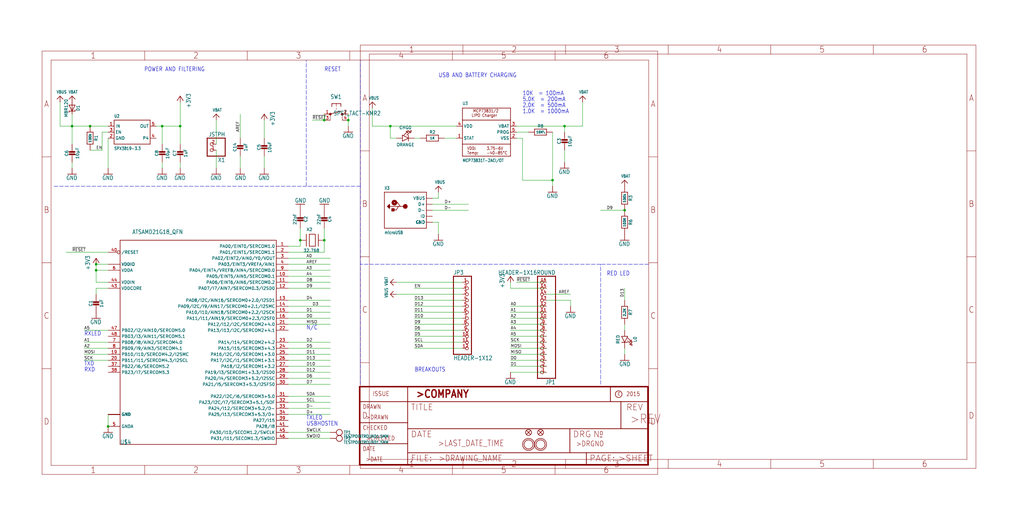
<source format=kicad_sch>
(kicad_sch (version 20211123) (generator eeschema)
  (paper "User" 433.07 220.421)
  (lib_symbols
    (symbol "Adafruit Feather M0 Basic rev C-eagle-import:+3V3" (power)
      (property "Value" "+3V3" (at -2.54 -5.08 90))
      (symbol "+3V3_1_0"
        (pin power_in line (at 0 -2.54 90) (length 2.54) (name "+3V3") (number "1"))
      )
    )
    (symbol "Adafruit Feather M0 Basic rev C-eagle-import:ATSAMD21J_QFN"
      (property "Value" "ATSAMD21J_QFN" (at -15.24 40.64 0))
      (symbol "ATSAMD21J_QFN_1_0"
        (pin bidirectional line (at 50.8 35.56 180) (length 5.08) (name "PA00/EINT0/SERCOM1.0") (number "1"))
        (pin bidirectional line (at 50.8 22.86 180) (length 5.08) (name "PA05/EINT5/AIN5/SERCOM0.1") (number "10"))
        (pin bidirectional line (at 50.8 20.32 180) (length 5.08) (name "PA06/EINT6/AIN6/SERCOM0.2") (number "11"))
        (pin bidirectional line (at 50.8 17.78 180) (length 5.08) (name "PA07/I7/AIN7/SERCOM0.3/I2SD0") (number "12"))
        (pin bidirectional line (at 50.8 12.7 180) (length 5.08) (name "PA08/I2C/AIN16/SERCOM0+2.0/I2SD1") (number "13"))
        (pin bidirectional line (at 50.8 10.16 180) (length 5.08) (name "PA09/I2C/I9/AIN17/SERCOM0+2.1/I2SMC") (number "14"))
        (pin bidirectional line (at 50.8 7.62 180) (length 5.08) (name "PA10/I10/AIN18/SERCOM0+2.2/I2SCK") (number "15"))
        (pin bidirectional line (at 50.8 5.08 180) (length 5.08) (name "PA11/I11/AIN19/SERCOM0+2.3/I2SF0") (number "16"))
        (pin power_in line (at -25.4 27.94 0) (length 5.08) (name "VDDIO") (number "17"))
        (pin power_in line (at -25.4 -35.56 0) (length 5.08) (name "GND") (number "18"))
        (pin bidirectional line (at -25.4 -10.16 0) (length 5.08) (name "PB10/I10/SERCOM4.2/I2SMC") (number "19"))
        (pin bidirectional line (at 50.8 33.02 180) (length 5.08) (name "PA01/EINT1/SERCOM1.1") (number "2"))
        (pin bidirectional line (at -25.4 -12.7 0) (length 5.08) (name "PB11/I11/SERCOM4.3/I2SCL") (number "20"))
        (pin bidirectional line (at 50.8 2.54 180) (length 5.08) (name "PA12/I12/I2C/SERCOM2+4.0") (number "21"))
        (pin bidirectional line (at 50.8 0 180) (length 5.08) (name "PA13/I13/I2C/SERCOM2+4.1") (number "22"))
        (pin bidirectional line (at 50.8 -5.08 180) (length 5.08) (name "PA14/I14/SERCOM2+4.2") (number "23"))
        (pin bidirectional line (at 50.8 -7.62 180) (length 5.08) (name "PA15/I15/SERCOM3+4.3") (number "24"))
        (pin bidirectional line (at 50.8 -10.16 180) (length 5.08) (name "PA16/I2C/I0/SERCOM1+3.0") (number "25"))
        (pin bidirectional line (at 50.8 -12.7 180) (length 5.08) (name "PA17/I2C/I1/SERCOM1+3.1") (number "26"))
        (pin bidirectional line (at 50.8 -15.24 180) (length 5.08) (name "PA18/I2/SERCOM1+3.2") (number "27"))
        (pin bidirectional line (at 50.8 -17.78 180) (length 5.08) (name "PA19/I3/SERCOM1+3.3/I2SD0") (number "28"))
        (pin bidirectional line (at 50.8 -20.32 180) (length 5.08) (name "PA20/I4/SERCOM3+5.2/I2SSC") (number "29"))
        (pin bidirectional line (at 50.8 30.48 180) (length 5.08) (name "PA02/EINT2/AIN0/Y0/VOUT") (number "3"))
        (pin bidirectional line (at 50.8 -22.86 180) (length 5.08) (name "PA21/I5/SERCOM3+5.3/I2SFS0") (number "30"))
        (pin bidirectional line (at 50.8 -27.94 180) (length 5.08) (name "PA22/I2C/I6/SERCOM3+5.0") (number "31"))
        (pin bidirectional line (at 50.8 -30.48 180) (length 5.08) (name "PA23/I2C/I7/SERCOM3+5.1/SOF") (number "32"))
        (pin bidirectional line (at 50.8 -33.02 180) (length 5.08) (name "PA24/I12/SERCOM3+5.2/D-") (number "33"))
        (pin bidirectional line (at 50.8 -35.56 180) (length 5.08) (name "PA25/I13/SERCOM3+5.3/D+") (number "34"))
        (pin power_in line (at -25.4 -35.56 0) (length 5.08) (name "GND") (number "35"))
        (pin power_in line (at -25.4 27.94 0) (length 5.08) (name "VDDIO") (number "36"))
        (pin bidirectional line (at -25.4 -15.24 0) (length 5.08) (name "PB22/I6/SERCOM5.2") (number "37"))
        (pin bidirectional line (at -25.4 -17.78 0) (length 5.08) (name "PB23/I7/SERCOM5.3") (number "38"))
        (pin bidirectional line (at 50.8 -38.1 180) (length 5.08) (name "PA27/I15") (number "39"))
        (pin bidirectional line (at 50.8 27.94 180) (length 5.08) (name "PA03/EINT3/VREFA/AIN1") (number "4"))
        (pin bidirectional inverted (at -25.4 33.02 0) (length 5.08) (name "/RESET") (number "40"))
        (pin bidirectional line (at 50.8 -40.64 180) (length 5.08) (name "PA28/I8") (number "41"))
        (pin power_in line (at -25.4 -35.56 0) (length 5.08) (name "GND") (number "42"))
        (pin power_in line (at -25.4 17.78 0) (length 5.08) (name "VDDCORE") (number "43"))
        (pin power_in line (at -25.4 20.32 0) (length 5.08) (name "VDDIN") (number "44"))
        (pin bidirectional line (at 50.8 -43.18 180) (length 5.08) (name "PA30/I10/SECOM1.2/SWCLK") (number "45"))
        (pin bidirectional line (at 50.8 -45.72 180) (length 5.08) (name "PA31/I11/SECOM1.3/SWDIO") (number "46"))
        (pin bidirectional line (at -25.4 0 0) (length 5.08) (name "PB02/I2/AIN10/SERCOM5.0") (number "47"))
        (pin bidirectional line (at -25.4 -2.54 0) (length 5.08) (name "PB03/I3/AIN11/SERCOM5.1") (number "48"))
        (pin power_in line (at -25.4 -40.64 0) (length 5.08) (name "GNDA") (number "5"))
        (pin power_in line (at -25.4 25.4 0) (length 5.08) (name "VDDA") (number "6"))
        (pin bidirectional line (at -25.4 -5.08 0) (length 5.08) (name "PB08/I8/AIN2/SERCOM4.0") (number "7"))
        (pin bidirectional line (at -25.4 -7.62 0) (length 5.08) (name "PB09/I9/AIN3/SERCOM4.1") (number "8"))
        (pin bidirectional line (at 50.8 25.4 180) (length 5.08) (name "PA04/EINT4/VREFB/AIN4/SERCOM0.0") (number "9"))
        (pin power_in line (at -25.4 -35.56 0) (length 5.08) (name "GND") (number "THERMAL"))
      )
    )
    (symbol "Adafruit Feather M0 Basic rev C-eagle-import:CAP_CERAMIC0603_NO"
      (property "Reference" "C" (at -2.29 1.25 90))
      (property "Value" "CAP_CERAMIC0603_NO" (at 2.3 1.25 90))
      (symbol "CAP_CERAMIC0603_NO_1_0"
        (pin passive line (at 0 5.08 270) (length 2.54) (name "1") (number "1"))
        (pin passive line (at 0 -2.54 90) (length 2.54) (name "2") (number "2"))
      )
    )
    (symbol "Adafruit Feather M0 Basic rev C-eagle-import:CAP_CERAMIC0805-NOOUTLINE"
      (property "Reference" "C" (at -2.29 1.25 90))
      (property "Value" "CAP_CERAMIC0805-NOOUTLINE" (at 2.3 1.25 90))
      (symbol "CAP_CERAMIC0805-NOOUTLINE_1_0"
        (pin passive line (at 0 5.08 270) (length 2.54) (name "1") (number "1"))
        (pin passive line (at 0 -2.54 90) (length 2.54) (name "2") (number "2"))
      )
    )
    (symbol "Adafruit Feather M0 Basic rev C-eagle-import:CON_JST_PH_2PIN"
      (property "Reference" "X" (at -6.35 5.715 0))
      (property "Value" "CON_JST_PH_2PIN" (at -6.35 -5.08 0))
      (symbol "CON_JST_PH_2PIN_1_0"
        (pin passive inverted (at -2.54 2.54 0) (length 2.54) (name "1") (number "1"))
        (pin passive inverted (at -2.54 0 0) (length 2.54) (name "2") (number "2"))
      )
    )
    (symbol "Adafruit Feather M0 Basic rev C-eagle-import:DIODE-SCHOTTKYSOD-123"
      (property "Reference" "D" (at 0 2.54 0))
      (property "Value" "DIODE-SCHOTTKYSOD-123" (at 0 -2.5 0))
      (symbol "DIODE-SCHOTTKYSOD-123_1_0"
        (pin passive line (at -2.54 0 0) (length 2.54) (name "A") (number "A"))
        (pin passive line (at 2.54 0 180) (length 2.54) (name "C") (number "C"))
      )
    )
    (symbol "Adafruit Feather M0 Basic rev C-eagle-import:FIDUCIAL{dblquote}{dblquote}")
    (symbol "Adafruit Feather M0 Basic rev C-eagle-import:FRAME_A4"
      (symbol "FRAME_A4_0_0"
        (text "1" (at 21.6958 1.905 0) (effects (font (size 2.54 2.286))))
        (text "1" (at 21.6958 177.165 0) (effects (font (size 2.54 2.286))))
        (text "2" (at 65.0875 1.905 0) (effects (font (size 2.54 2.286))))
        (text "2" (at 65.0875 177.165 0) (effects (font (size 2.54 2.286))))
        (text "3" (at 108.4792 1.905 0) (effects (font (size 2.54 2.286))))
        (text "3" (at 108.4792 177.165 0) (effects (font (size 2.54 2.286))))
        (text "4" (at 151.8708 1.905 0) (effects (font (size 2.54 2.286))))
        (text "4" (at 151.8708 177.165 0) (effects (font (size 2.54 2.286))))
        (text "5" (at 195.2625 1.905 0) (effects (font (size 2.54 2.286))))
        (text "5" (at 195.2625 177.165 0) (effects (font (size 2.54 2.286))))
        (text "6" (at 238.6542 1.905 0) (effects (font (size 2.54 2.286))))
        (text "6" (at 238.6542 177.165 0) (effects (font (size 2.54 2.286))))
        (text "A" (at 1.905 156.6863 0) (effects (font (size 2.54 2.286))))
        (text "A" (at 258.445 156.6863 0) (effects (font (size 2.54 2.286))))
        (text "B" (at 1.905 111.9188 0) (effects (font (size 2.54 2.286))))
        (text "B" (at 258.445 111.9188 0) (effects (font (size 2.54 2.286))))
        (text "C" (at 1.905 67.1513 0) (effects (font (size 2.54 2.286))))
        (text "C" (at 258.445 67.1513 0) (effects (font (size 2.54 2.286))))
        (text "D" (at 1.905 22.3838 0) (effects (font (size 2.54 2.286))))
        (text "D" (at 258.445 22.3838 0) (effects (font (size 2.54 2.286))))
      )
      (symbol "FRAME_A4_2_0"
        (text "2015" (at 112.4077 30.4673 0) (effects (font (size 1.778 1.5113)) (justify left bottom)))
        (text ">CHECKED" (at 2.2352 11.7348 0) (effects (font (size 1.778 1.5113)) (justify left bottom)))
        (text ">COMPANY" (at 23.349 29.6735 0) (effects (font (size 3.175 2.6987) (thickness 0.5397) bold) (justify left bottom)))
        (text ">DATE" (at 2.2352 2.8448 0) (effects (font (size 1.778 1.5113)) (justify left bottom)))
        (text ">DRAWING_NAME" (at 33.0327 2.8448 0) (effects (font (size 2.54 2.159)) (justify left bottom)))
        (text ">DRAWN" (at 2.2352 20.6248 0) (effects (font (size 1.778 1.5113)) (justify left bottom)))
        (text ">DRGNO" (at 91.1352 9.1948 0) (effects (font (size 2.1844 1.8567)) (justify left bottom)))
        (text ">LAST_DATE_TIME" (at 32.7152 9.1948 0) (effects (font (size 2.54 2.159)) (justify left bottom)))
        (text ">REV" (at 113.9952 18.7198 0) (effects (font (size 3.81 3.2385)) (justify left bottom)))
        (text ">SHEET" (at 108.9152 2.8448 0) (effects (font (size 2.54 2.54)) (justify left bottom)))
        (text "C" (at 108.7564 30.7848 0) (effects (font (size 1.27 1.0795)) (justify left bottom)))
        (text "CHECKED" (at 0.9652 16.1798 0) (effects (font (size 1.778 1.5113)) (justify left bottom)))
        (text "DATE" (at 0.9652 7.2898 0) (effects (font (size 1.778 1.5113)) (justify left bottom)))
        (text "DATE" (at 21.2852 13.0048 0) (effects (font (size 2.54 2.54)) (justify left bottom)))
        (text "DRAWN" (at 0.9652 25.0698 0) (effects (font (size 1.778 1.5113)) (justify left bottom)))
        (text "DRG" (at 89.8652 13.0048 0) (effects (font (size 2.54 2.54)) (justify left bottom)))
        (text "FILE:" (at 21.2852 2.8448 0) (effects (font (size 2.54 2.54)) (justify left bottom)))
        (text "ISSUE" (at 5.0927 30.4673 0) (effects (font (size 1.9304 1.6408)) (justify left bottom)))
        (text "N" (at 98.4377 13.0048 0) (effects (font (size 2.54 2.54)) (justify left bottom)))
        (text "o" (at 100.9777 13.9573 0) (effects (font (size 2.1844 1.8567)) (justify left bottom)))
        (text "PAGE:" (at 96.8502 2.8448 0) (effects (font (size 2.54 2.54)) (justify left bottom)))
        (text "REV" (at 112.4077 24.4348 0) (effects (font (size 2.54 2.54)) (justify left bottom)))
        (text "TITLE" (at 21.2852 24.4348 0) (effects (font (size 2.54 2.54)) (justify left bottom)))
      )
    )
    (symbol "Adafruit Feather M0 Basic rev C-eagle-import:GND" (power)
      (property "Value" "GND" (at -2.54 -2.54 0))
      (symbol "GND_1_0"
        (pin power_in line (at 0 2.54 270) (length 2.54) (name "GND") (number "1"))
      )
    )
    (symbol "Adafruit Feather M0 Basic rev C-eagle-import:HEADER-1X12"
      (property "Reference" "JP" (at -6.35 18.415 0))
      (property "Value" "HEADER-1X12" (at -6.35 -17.78 0))
      (symbol "HEADER-1X12_1_0"
        (pin passive inverted (at -2.54 15.24 0) (length 2.54) (name "1") (number "1"))
        (pin passive inverted (at -2.54 -7.62 0) (length 2.54) (name "10") (number "10"))
        (pin passive inverted (at -2.54 -10.16 0) (length 2.54) (name "11") (number "11"))
        (pin passive inverted (at -2.54 -12.7 0) (length 2.54) (name "12") (number "12"))
        (pin passive inverted (at -2.54 12.7 0) (length 2.54) (name "2") (number "2"))
        (pin passive inverted (at -2.54 10.16 0) (length 2.54) (name "3") (number "3"))
        (pin passive inverted (at -2.54 7.62 0) (length 2.54) (name "4") (number "4"))
        (pin passive inverted (at -2.54 5.08 0) (length 2.54) (name "5") (number "5"))
        (pin passive inverted (at -2.54 2.54 0) (length 2.54) (name "6") (number "6"))
        (pin passive inverted (at -2.54 0 0) (length 2.54) (name "7") (number "7"))
        (pin passive inverted (at -2.54 -2.54 0) (length 2.54) (name "8") (number "8"))
        (pin passive inverted (at -2.54 -5.08 0) (length 2.54) (name "9") (number "9"))
      )
    )
    (symbol "Adafruit Feather M0 Basic rev C-eagle-import:HEADER-1X16ROUND"
      (property "Reference" "JP" (at -6.35 20.955 0))
      (property "Value" "HEADER-1X16ROUND" (at -6.35 -25.4 0))
      (symbol "HEADER-1X16ROUND_1_0"
        (pin passive inverted (at -2.54 17.78 0) (length 2.54) (name "1") (number "1"))
        (pin passive inverted (at -2.54 -5.08 0) (length 2.54) (name "10") (number "10"))
        (pin passive inverted (at -2.54 -7.62 0) (length 2.54) (name "11") (number "11"))
        (pin passive inverted (at -2.54 -10.16 0) (length 2.54) (name "12") (number "12"))
        (pin passive inverted (at -2.54 -12.7 0) (length 2.54) (name "13") (number "13"))
        (pin passive inverted (at -2.54 -15.24 0) (length 2.54) (name "14") (number "14"))
        (pin passive inverted (at -2.54 -17.78 0) (length 2.54) (name "15") (number "15"))
        (pin passive inverted (at -2.54 -20.32 0) (length 2.54) (name "16") (number "16"))
        (pin passive inverted (at -2.54 15.24 0) (length 2.54) (name "2") (number "2"))
        (pin passive inverted (at -2.54 12.7 0) (length 2.54) (name "3") (number "3"))
        (pin passive inverted (at -2.54 10.16 0) (length 2.54) (name "4") (number "4"))
        (pin passive inverted (at -2.54 7.62 0) (length 2.54) (name "5") (number "5"))
        (pin passive inverted (at -2.54 5.08 0) (length 2.54) (name "6") (number "6"))
        (pin passive inverted (at -2.54 2.54 0) (length 2.54) (name "7") (number "7"))
        (pin passive inverted (at -2.54 0 0) (length 2.54) (name "8") (number "8"))
        (pin passive inverted (at -2.54 -2.54 0) (length 2.54) (name "9") (number "9"))
      )
    )
    (symbol "Adafruit Feather M0 Basic rev C-eagle-import:LED0805_NOOUTLINE"
      (property "Reference" "D" (at -1.27 4.445 0))
      (property "Value" "LED0805_NOOUTLINE" (at -1.27 -2.794 0))
      (symbol "LED0805_NOOUTLINE_1_0"
        (pin passive line (at -5.08 0 0) (length 2.54) (name "A") (number "A"))
        (pin passive line (at 2.54 0 180) (length 2.54) (name "C") (number "C"))
      )
    )
    (symbol "Adafruit Feather M0 Basic rev C-eagle-import:MCP73831{slash}2"
      (property "Reference" "U" (at -10.16 11.43 0))
      (property "Value" "MCP73831{slash}2" (at -10.16 -12.7 0))
      (symbol "MCP73831{slash}2_1_0"
        (text "-40-85°C" (at 0 -9.525 0) (effects (font (size 1.27 1.0795)) (justify left bottom)))
        (text "3.75-6V" (at 0 -7.62 0) (effects (font (size 1.27 1.0795)) (justify left bottom)))
        (text "LIPO Charger" (at -6.35 6.35 0) (effects (font (size 1.27 1.0795)) (justify left bottom)))
        (text "MCP73831/2" (at -5.715 8.255 0) (effects (font (size 1.27 1.0795)) (justify left bottom)))
        (text "Temp:" (at -8.255 -9.525 0) (effects (font (size 1.27 1.0795)) (justify left bottom)))
        (text "VDD:" (at -8.255 -7.62 0) (effects (font (size 1.27 1.0795)) (justify left bottom)))
        (pin output line (at -12.7 -2.54 0) (length 2.54) (name "STAT") (number "1"))
        (pin power_in line (at 12.7 -2.54 180) (length 2.54) (name "VSS") (number "2"))
        (pin power_in line (at 12.7 2.54 180) (length 2.54) (name "VBAT") (number "3"))
        (pin power_in line (at -12.7 2.54 0) (length 2.54) (name "VDD") (number "4"))
        (pin input line (at 12.7 0 180) (length 2.54) (name "PROG") (number "5"))
      )
    )
    (symbol "Adafruit Feather M0 Basic rev C-eagle-import:MOUNTINGHOLE2.5")
    (symbol "Adafruit Feather M0 Basic rev C-eagle-import:RESISTOR_0603_NOOUT"
      (property "Reference" "R" (at 0 2.54 0))
      (property "Value" "RESISTOR_0603_NOOUT" (at 0 0 0))
      (symbol "RESISTOR_0603_NOOUT_1_0"
        (pin passive line (at -5.08 0 0) (length 2.54) (name "1") (number "1"))
        (pin passive line (at 5.08 0 180) (length 2.54) (name "2") (number "2"))
      )
    )
    (symbol "Adafruit Feather M0 Basic rev C-eagle-import:SPST_TACT-KMR2"
      (property "Reference" "SW" (at -6.35 -2.54 90))
      (property "Value" "SPST_TACT-KMR2" (at -3.81 3.175 90))
      (symbol "SPST_TACT-KMR2_1_0"
        (pin passive line (at 0 -5.08 90) (length 2.54) (name "P") (number "1"))
        (pin passive line (at 0 5.08 270) (length 2.54) (name "S") (number "2"))
        (pin passive line (at 2.54 -5.08 90) (length 2.54) (name "P1") (number "3"))
        (pin passive line (at 2.54 5.08 270) (length 2.54) (name "S1") (number "4"))
      )
    )
    (symbol "Adafruit Feather M0 Basic rev C-eagle-import:TESTPOINTROUND1.5MM"
      (property "Reference" "TP" (at 0 5.588 90))
      (property "Value" "TESTPOINTROUND1.5MM" (at 1.651 5.588 90))
      (symbol "TESTPOINTROUND1.5MM_1_0"
        (pin bidirectional line (at 0 0 90) (length 2.54) (name "P$1") (number "P$1"))
      )
    )
    (symbol "Adafruit Feather M0 Basic rev C-eagle-import:USB_MICRO_20329_V2"
      (property "Reference" "X" (at -10.16 8.636 0))
      (property "Value" "USB_MICRO_20329_V2" (at -10.16 -10.16 0))
      (symbol "USB_MICRO_20329_V2_1_0"
        (pin power_in line (at 10.16 -5.08 180) (length 2.54) (name "GND") (number "BASE@1"))
        (pin power_in line (at 10.16 -5.08 180) (length 2.54) (name "GND") (number "BASE@2"))
        (pin bidirectional line (at 10.16 2.54 180) (length 2.54) (name "D+") (number "D+"))
        (pin bidirectional line (at 10.16 0 180) (length 2.54) (name "D-") (number "D-"))
        (pin power_in line (at 10.16 -5.08 180) (length 2.54) (name "GND") (number "GND"))
        (pin bidirectional line (at 10.16 -2.54 180) (length 2.54) (name "ID") (number "ID"))
        (pin power_in line (at 10.16 -5.08 180) (length 2.54) (name "GND") (number "SPRT@1"))
        (pin power_in line (at 10.16 -5.08 180) (length 2.54) (name "GND") (number "SPRT@2"))
        (pin power_in line (at 10.16 -5.08 180) (length 2.54) (name "GND") (number "SPRT@3"))
        (pin power_in line (at 10.16 -5.08 180) (length 2.54) (name "GND") (number "SPRT@4"))
        (pin power_in line (at 10.16 5.08 180) (length 2.54) (name "VBUS") (number "VBUS"))
      )
    )
    (symbol "Adafruit Feather M0 Basic rev C-eagle-import:VBAT" (power)
      (property "Value" "VBAT" (at -1.524 1.016 0))
      (symbol "VBAT_1_0"
        (pin power_in line (at 0 -2.54 90) (length 2.54) (name "VBAT") (number "1"))
      )
    )
    (symbol "Adafruit Feather M0 Basic rev C-eagle-import:VBUS" (power)
      (property "Value" "VBUS" (at -1.524 1.016 0))
      (symbol "VBUS_1_0"
        (pin power_in line (at 0 -2.54 90) (length 2.54) (name "VBUS") (number "1"))
      )
    )
    (symbol "Adafruit Feather M0 Basic rev C-eagle-import:VREG_SOT23-5"
      (property "Reference" "U" (at -7.62 6.096 0))
      (property "Value" "VREG_SOT23-5" (at -7.62 -7.62 0))
      (symbol "VREG_SOT23-5_1_0"
        (pin power_in line (at -10.16 2.54 0) (length 2.54) (name "IN") (number "1"))
        (pin power_in line (at -10.16 -2.54 0) (length 2.54) (name "GND") (number "2"))
        (pin input line (at -10.16 0 0) (length 2.54) (name "EN") (number "3"))
        (pin bidirectional line (at 10.16 -2.54 180) (length 2.54) (name "P4") (number "4"))
        (pin power_in line (at 10.16 2.54 180) (length 2.54) (name "OUT") (number "5"))
      )
    )
    (symbol "Adafruit Feather M0 Basic rev C-eagle-import:XTAL-3.2X1.5"
      (property "Reference" "X" (at -2.54 3.81 0))
      (property "Value" "XTAL-3.2X1.5" (at -3.81 -5.08 0))
      (symbol "XTAL-3.2X1.5_1_0"
        (pin bidirectional line (at -5.08 0 0) (length 2.54) (name "P$1") (number "P$1"))
        (pin bidirectional line (at 5.08 0 180) (length 2.54) (name "P$2") (number "P$2"))
      )
    )
  )
  (junction (at 30.48 53.34))
  (junction (at 264.16 88.9))
  (junction (at 137.16 101.6))
  (junction (at 76.2 53.34))
  (junction (at 38.1 53.34))
  (junction (at 238.76 53.34))
  (junction (at 45.72 180.34))
  (junction (at 233.68 76.2))
  (junction (at 40.64 111.76))
  (junction (at 165.1 53.34))
  (junction (at 68.58 53.34))
  (junction (at 40.64 114.3))
  (junction (at 147.32 50.8))
  (junction (at 127 101.6))
  (junction (at 137.16 50.8))
  (wire (pts (xy 220.98 76.2) (xy 233.68 76.2)))
  (wire (pts (xy 215.9 142.24) (xy 231.14 142.24)))
  (wire (pts (xy 43.18 55.88) (xy 45.72 55.88)))
  (wire (pts (xy 215.9 119.38) (xy 215.9 121.92)))
  (wire (pts (xy 121.92 106.68) (xy 137.16 106.68)))
  (wire (pts (xy 121.92 149.86) (xy 139.7 149.86)))
  (wire (pts (xy 187.96 58.42) (xy 193.04 58.42)))
  (wire (pts (xy 121.92 152.4) (xy 139.7 152.4)))
  (wire (pts (xy 215.9 154.94) (xy 231.14 154.94)))
  (wire (pts (xy 233.68 76.2) (xy 233.68 78.74)))
  (wire (pts (xy 43.18 63.5) (xy 43.18 55.88)))
  (wire (pts (xy 25.4 43.18) (xy 25.4 53.34)))
  (wire (pts (xy 45.72 121.92) (xy 40.64 121.92)))
  (wire (pts (xy 68.58 60.96) (xy 68.58 53.34)))
  (wire (pts (xy 220.98 58.42) (xy 220.98 76.2)))
  (wire (pts (xy 45.72 114.3) (xy 40.64 114.3)))
  (wire (pts (xy 195.58 142.24) (xy 175.26 142.24)))
  (wire (pts (xy 121.92 137.16) (xy 139.7 137.16)))
  (wire (pts (xy 147.32 53.34) (xy 147.32 50.8)))
  (wire (pts (xy 137.16 106.68) (xy 137.16 101.6)))
  (wire (pts (xy 175.26 129.54) (xy 195.58 129.54)))
  (wire (pts (xy 238.76 53.34) (xy 246.38 53.34)))
  (wire (pts (xy 101.6 58.42) (xy 101.6 48.26)))
  (wire (pts (xy 45.72 139.7) (xy 35.56 139.7)))
  (wire (pts (xy 121.92 111.76) (xy 139.7 111.76)))
  (wire (pts (xy 121.92 119.38) (xy 139.7 119.38)))
  (wire (pts (xy 111.76 71.12) (xy 111.76 66.04)))
  (wire (pts (xy 111.76 58.42) (xy 111.76 50.8)))
  (wire (pts (xy 157.48 53.34) (xy 165.1 53.34)))
  (wire (pts (xy 76.2 68.58) (xy 76.2 71.12)))
  (wire (pts (xy 264.16 137.16) (xy 264.16 139.7)))
  (wire (pts (xy 215.9 121.92) (xy 231.14 121.92)))
  (wire (pts (xy 218.44 55.88) (xy 223.52 55.88)))
  (wire (pts (xy 68.58 53.34) (xy 76.2 53.34)))
  (wire (pts (xy 121.92 132.08) (xy 139.7 132.08)))
  (wire (pts (xy 66.04 53.34) (xy 68.58 53.34)))
  (wire (pts (xy 231.14 134.62) (xy 215.9 134.62)))
  (polyline (pts (xy 129.54 78.74) (xy 129.54 25.4)))
  (wire (pts (xy 167.64 119.38) (xy 195.58 119.38)))
  (wire (pts (xy 25.4 53.34) (xy 30.48 53.34)))
  (wire (pts (xy 215.9 132.08) (xy 231.14 132.08)))
  (wire (pts (xy 45.72 144.78) (xy 35.56 144.78)))
  (wire (pts (xy 68.58 68.58) (xy 68.58 71.12)))
  (polyline (pts (xy 274.32 111.76) (xy 254 111.76)))
  (wire (pts (xy 175.26 139.7) (xy 195.58 139.7)))
  (wire (pts (xy 137.16 50.8) (xy 137.16 48.26)))
  (wire (pts (xy 165.1 58.42) (xy 165.1 53.34)))
  (wire (pts (xy 121.92 109.22) (xy 139.7 109.22)))
  (wire (pts (xy 231.14 139.7) (xy 215.9 139.7)))
  (wire (pts (xy 139.7 175.26) (xy 121.92 175.26)))
  (wire (pts (xy 231.14 129.54) (xy 215.9 129.54)))
  (wire (pts (xy 101.6 66.04) (xy 101.6 71.12)))
  (wire (pts (xy 45.72 53.34) (xy 38.1 53.34)))
  (polyline (pts (xy 152.4 162.56) (xy 152.4 111.76)))
  (wire (pts (xy 139.7 116.84) (xy 121.92 116.84)))
  (wire (pts (xy 30.48 48.26) (xy 30.48 53.34)))
  (wire (pts (xy 45.72 106.68) (xy 27.94 106.68)))
  (wire (pts (xy 238.76 53.34) (xy 218.44 53.34)))
  (wire (pts (xy 139.7 127) (xy 121.92 127)))
  (wire (pts (xy 147.32 48.26) (xy 147.32 50.8)))
  (wire (pts (xy 121.92 104.14) (xy 127 104.14)))
  (wire (pts (xy 127 104.14) (xy 127 101.6)))
  (wire (pts (xy 40.64 119.38) (xy 40.64 114.3)))
  (wire (pts (xy 185.42 93.98) (xy 185.42 99.06)))
  (wire (pts (xy 264.16 88.9) (xy 254 88.9)))
  (wire (pts (xy 218.44 58.42) (xy 220.98 58.42)))
  (wire (pts (xy 231.14 147.32) (xy 215.9 147.32)))
  (wire (pts (xy 76.2 53.34) (xy 76.2 43.18)))
  (wire (pts (xy 91.44 50.8) (xy 91.44 60.96)))
  (wire (pts (xy 30.48 68.58) (xy 30.48 71.12)))
  (wire (pts (xy 121.92 162.56) (xy 139.7 162.56)))
  (wire (pts (xy 76.2 53.34) (xy 76.2 60.96)))
  (polyline (pts (xy 152.4 111.76) (xy 152.4 78.74)))
  (wire (pts (xy 121.92 182.88) (xy 139.7 182.88)))
  (wire (pts (xy 231.14 152.4) (xy 215.9 152.4)))
  (wire (pts (xy 238.76 63.5) (xy 238.76 68.58)))
  (wire (pts (xy 182.88 93.98) (xy 185.42 93.98)))
  (wire (pts (xy 121.92 157.48) (xy 139.7 157.48)))
  (wire (pts (xy 195.58 132.08) (xy 175.26 132.08)))
  (wire (pts (xy 215.9 137.16) (xy 231.14 137.16)))
  (polyline (pts (xy 152.4 78.74) (xy 152.4 25.4)))
  (wire (pts (xy 121.92 129.54) (xy 139.7 129.54)))
  (wire (pts (xy 137.16 101.6) (xy 137.16 96.52)))
  (wire (pts (xy 45.72 175.26) (xy 45.72 180.34)))
  (wire (pts (xy 165.1 53.34) (xy 193.04 53.34)))
  (wire (pts (xy 231.14 119.38) (xy 218.44 119.38)))
  (wire (pts (xy 45.72 111.76) (xy 40.64 111.76)))
  (wire (pts (xy 139.7 147.32) (xy 121.92 147.32)))
  (wire (pts (xy 264.16 127) (xy 264.16 121.92)))
  (wire (pts (xy 45.72 58.42) (xy 45.72 71.12)))
  (wire (pts (xy 231.14 124.46) (xy 241.3 124.46)))
  (wire (pts (xy 175.26 121.92) (xy 195.58 121.92)))
  (wire (pts (xy 91.44 71.12) (xy 91.44 63.5)))
  (wire (pts (xy 30.48 53.34) (xy 30.48 60.96)))
  (wire (pts (xy 38.1 63.5) (xy 43.18 63.5)))
  (polyline (pts (xy 152.4 78.74) (xy 129.54 78.74)))
  (wire (pts (xy 175.26 147.32) (xy 195.58 147.32)))
  (polyline (pts (xy 254 162.56) (xy 254 111.76)))
  (wire (pts (xy 195.58 124.46) (xy 167.64 124.46)))
  (wire (pts (xy 195.58 127) (xy 175.26 127)))
  (wire (pts (xy 121.92 114.3) (xy 139.7 114.3)))
  (polyline (pts (xy 254 111.76) (xy 152.4 111.76)))
  (wire (pts (xy 35.56 152.4) (xy 45.72 152.4)))
  (wire (pts (xy 167.64 58.42) (xy 165.1 58.42)))
  (wire (pts (xy 35.56 147.32) (xy 45.72 147.32)))
  (wire (pts (xy 139.7 134.62) (xy 121.92 134.62)))
  (wire (pts (xy 238.76 55.88) (xy 238.76 53.34)))
  (wire (pts (xy 231.14 144.78) (xy 215.9 144.78)))
  (wire (pts (xy 231.14 127) (xy 241.3 127)))
  (wire (pts (xy 241.3 127) (xy 241.3 129.54)))
  (wire (pts (xy 45.72 119.38) (xy 40.64 119.38)))
  (wire (pts (xy 182.88 83.82) (xy 185.42 83.82)))
  (wire (pts (xy 215.9 149.86) (xy 231.14 149.86)))
  (wire (pts (xy 45.72 149.86) (xy 35.56 149.86)))
  (wire (pts (xy 195.58 144.78) (xy 175.26 144.78)))
  (wire (pts (xy 215.9 157.48) (xy 231.14 157.48)))
  (wire (pts (xy 121.92 144.78) (xy 139.7 144.78)))
  (wire (pts (xy 121.92 160.02) (xy 139.7 160.02)))
  (wire (pts (xy 198.12 88.9) (xy 182.88 88.9)))
  (wire (pts (xy 40.64 121.92) (xy 40.64 124.46)))
  (wire (pts (xy 139.7 185.42) (xy 121.92 185.42)))
  (wire (pts (xy 182.88 86.36) (xy 198.12 86.36)))
  (wire (pts (xy 185.42 83.82) (xy 185.42 81.28)))
  (wire (pts (xy 157.48 45.72) (xy 157.48 53.34)))
  (wire (pts (xy 132.08 50.8) (xy 137.16 50.8)))
  (wire (pts (xy 233.68 55.88) (xy 233.68 76.2)))
  (wire (pts (xy 121.92 167.64) (xy 139.7 167.64)))
  (wire (pts (xy 121.92 172.72) (xy 139.7 172.72)))
  (wire (pts (xy 246.38 43.18) (xy 246.38 53.34)))
  (wire (pts (xy 195.58 137.16) (xy 175.26 137.16)))
  (wire (pts (xy 121.92 121.92) (xy 139.7 121.92)))
  (wire (pts (xy 175.26 134.62) (xy 195.58 134.62)))
  (wire (pts (xy 40.64 114.3) (xy 40.64 111.76)))
  (wire (pts (xy 264.16 147.32) (xy 264.16 149.86)))
  (wire (pts (xy 175.26 58.42) (xy 177.8 58.42)))
  (polyline (pts (xy 22.86 78.74) (xy 129.54 78.74)))
  (wire (pts (xy 121.92 170.18) (xy 139.7 170.18)))
  (wire (pts (xy 139.7 154.94) (xy 121.92 154.94)))
  (wire (pts (xy 38.1 53.34) (xy 30.48 53.34)))
  (wire (pts (xy 127 96.52) (xy 127 101.6)))
  (text "N/C" (at 129.54 139.7 180) (effects (font (size 1.778 1.5113)) (justify left bottom)))
  (text "TXD" (at 35.56 154.94 180) (effects (font (size 1.778 1.5113)) (justify left bottom)))
  (text "2.0K  = 500mA" (at 220.98 45.72 180) (effects (font (size 1.778 1.5113)) (justify left bottom)))
  (text "1.0K  = 1000mA" (at 220.98 48.26 180) (effects (font (size 1.778 1.5113)) (justify left bottom)))
  (text "RESET" (at 137.16 30.48 180) (effects (font (size 1.778 1.5113)) (justify left bottom)))
  (text "BREAKOUTS" (at 175.26 157.48 180) (effects (font (size 1.778 1.5113)) (justify left bottom)))
  (text "TXLED" (at 129.54 177.8 180) (effects (font (size 1.778 1.5113)) (justify left bottom)))
  (text "RXLED" (at 35.56 142.24 180) (effects (font (size 1.778 1.5113)) (justify left bottom)))
  (text "USB AND BATTERY CHARGING" (at 185.42 33.02 180) (effects (font (size 1.778 1.5113)) (justify left bottom)))
  (text "RXD" (at 35.56 157.48 180) (effects (font (size 1.778 1.5113)) (justify left bottom)))
  (text "USBHOSTEN" (at 129.54 180.34 180) (effects (font (size 1.778 1.5113)) (justify left bottom)))
  (text "10K  = 100mA" (at 220.98 40.64 180) (effects (font (size 1.778 1.5113)) (justify left bottom)))
  (text "POWER AND FILTERING" (at 60.96 30.48 180) (effects (font (size 1.778 1.5113)) (justify left bottom)))
  (text "5.0K  = 200mA" (at 220.98 43.18 180) (effects (font (size 1.778 1.5113)) (justify left bottom)))
  (text "RED LED" (at 256.54 116.84 180) (effects (font (size 1.778 1.5113)) (justify left bottom)))
  (label "AREF" (at 101.6 55.88 90) (effects (font (size 1.2446 1.2446))))
  (label "D7" (at 129.54 162.56 0) (effects (font (size 1.2446 1.2446))))
  (label "D12" (at 129.54 157.48 0) (effects (font (size 1.2446 1.2446))))
  (label "AREF" (at 129.54 111.76 0) (effects (font (size 1.2446 1.2446))))
  (label "SCK" (at 215.9 144.78 0) (effects (font (size 1.2446 1.2446))))
  (label "D6" (at 175.26 139.7 0) (effects (font (size 1.2446 1.2446))))
  (label "D11" (at 129.54 149.86 0) (effects (font (size 1.2446 1.2446))))
  (label "D5" (at 175.26 142.24 0) (effects (font (size 1.2446 1.2446))))
  (label "EN" (at 40.64 63.5 0) (effects (font (size 1.2446 1.2446))))
  (label "MOSI" (at 35.56 149.86 0) (effects (font (size 1.2446 1.2446))))
  (label "MOSI" (at 215.9 147.32 0) (effects (font (size 1.2446 1.2446))))
  (label "D8" (at 129.54 119.38 0) (effects (font (size 1.2446 1.2446))))
  (label "A0" (at 215.9 129.54 0) (effects (font (size 1.2446 1.2446))))
  (label "D-" (at 187.96 88.9 0) (effects (font (size 1.2446 1.2446))))
  (label "MISO" (at 215.9 149.86 0) (effects (font (size 1.2446 1.2446))))
  (label "AREF" (at 236.22 124.46 0) (effects (font (size 1.2446 1.2446))))
  (label "D-" (at 129.54 172.72 0) (effects (font (size 1.2446 1.2446))))
  (label "D0" (at 129.54 134.62 0) (effects (font (size 1.2446 1.2446))))
  (label "D0" (at 215.9 152.4 0) (effects (font (size 1.2446 1.2446))))
  (label "D11" (at 175.26 132.08 0) (effects (font (size 1.2446 1.2446))))
  (label "A3" (at 215.9 137.16 0) (effects (font (size 1.2446 1.2446))))
  (label "D1" (at 215.9 154.94 0) (effects (font (size 1.2446 1.2446))))
  (label "SCL" (at 175.26 144.78 0) (effects (font (size 1.2446 1.2446))))
  (label "~{RESET}" (at 218.44 119.38 0) (effects (font (size 1.2446 1.2446))))
  (label "EN" (at 175.26 121.92 0) (effects (font (size 1.2446 1.2446))))
  (label "D+" (at 129.54 175.26 0) (effects (font (size 1.2446 1.2446))))
  (label "~{RESET}" (at 132.08 50.8 0) (effects (font (size 1.2446 1.2446))))
  (label "~{RESET}" (at 30.48 106.68 0) (effects (font (size 1.2446 1.2446))))
  (label "D4" (at 129.54 127 0) (effects (font (size 1.2446 1.2446))))
  (label "D12" (at 175.26 129.54 0) (effects (font (size 1.2446 1.2446))))
  (label "D9" (at 256.54 88.9 0) (effects (font (size 1.2446 1.2446))))
  (label "D9" (at 175.26 137.16 0) (effects (font (size 1.2446 1.2446))))
  (label "A2" (at 35.56 147.32 0) (effects (font (size 1.2446 1.2446))))
  (label "SDA" (at 175.26 147.32 0) (effects (font (size 1.2446 1.2446))))
  (label "D2" (at 129.54 144.78 0) (effects (font (size 1.2446 1.2446))))
  (label "A1" (at 215.9 132.08 0) (effects (font (size 1.2446 1.2446))))
  (label "D13" (at 129.54 152.4 0) (effects (font (size 1.2446 1.2446))))
  (label "D10" (at 175.26 134.62 0) (effects (font (size 1.2446 1.2446))))
  (label "SCL" (at 129.54 170.18 0) (effects (font (size 1.2446 1.2446))))
  (label "D13" (at 264.16 121.92 270) (effects (font (size 1.2446 1.2446))))
  (label "A1" (at 35.56 144.78 0) (effects (font (size 1.2446 1.2446))))
  (label "D3" (at 132.08 129.54 0) (effects (font (size 1.2446 1.2446))))
  (label "D5" (at 129.54 147.32 0) (effects (font (size 1.2446 1.2446))))
  (label "SDA" (at 129.54 167.64 0) (effects (font (size 1.2446 1.2446))))
  (label "D10" (at 129.54 154.94 0) (effects (font (size 1.2446 1.2446))))
  (label "A2" (at 215.9 134.62 0) (effects (font (size 1.2446 1.2446))))
  (label "A5" (at 35.56 139.7 0) (effects (font (size 1.2446 1.2446))))
  (label "SWDIO" (at 129.54 185.42 0) (effects (font (size 1.2446 1.2446))))
  (label "A4" (at 215.9 139.7 0) (effects (font (size 1.2446 1.2446))))
  (label "A4" (at 129.54 116.84 0) (effects (font (size 1.2446 1.2446))))
  (label "D13" (at 175.26 127 0) (effects (font (size 1.2446 1.2446))))
  (label "A3" (at 129.54 114.3 0) (effects (font (size 1.2446 1.2446))))
  (label "D6" (at 129.54 160.02 0) (effects (font (size 1.2446 1.2446))))
  (label "SCK" (at 35.56 152.4 0) (effects (font (size 1.2446 1.2446))))
  (label "SWCLK" (at 129.54 182.88 0) (effects (font (size 1.2446 1.2446))))
  (label "A0" (at 129.54 109.22 0) (effects (font (size 1.2446 1.2446))))
  (label "D+" (at 187.96 86.36 0) (effects (font (size 1.2446 1.2446))))
  (label "D1" (at 129.54 132.08 0) (effects (font (size 1.2446 1.2446))))
  (label "D9" (at 129.54 121.92 0) (effects (font (size 1.2446 1.2446))))
  (label "A5" (at 215.9 142.24 0) (effects (font (size 1.2446 1.2446))))
  (label "MISO" (at 129.54 137.16 0) (effects (font (size 1.2446 1.2446))))
  (symbol (lib_id "Adafruit Feather M0 Basic rev C-eagle-import:VBAT") (at 246.38 40.64 0) (unit 1)
    (property "Reference" "#U$39" (effects hide))
    (property "Value" "VBAT" (at 244.856 39.624 0) (effects (font (size 1.27 1.0795)) (justify left bottom)))
    (property "Footprint" "Adafruit Feather M0 Basic rev C:" (effects hide))
  )
  (symbol (lib_id "Adafruit Feather M0 Basic rev C-eagle-import:VBAT") (at 264.16 76.2 0) (unit 1)
    (property "Reference" "#U$2" (effects hide))
    (property "Value" "VBAT" (at 262.636 75.184 0) (effects (font (size 1.27 1.0795)) (justify left bottom)))
    (property "Footprint" "Adafruit Feather M0 Basic rev C:" (effects hide))
  )
  (symbol (lib_id "Adafruit Feather M0 Basic rev C-eagle-import:GND") (at 264.16 152.4 0) (mirror y) (unit 1)
    (property "Reference" "#GND10" (effects hide))
    (property "Value" "GND" (at 266.7 154.94 0) (effects (font (size 1.778 1.5113)) (justify left bottom)))
    (property "Footprint" "Adafruit Feather M0 Basic rev C:" (effects hide))
  )
  (symbol (lib_id "Adafruit Feather M0 Basic rev C-eagle-import:HEADER-1X12") (at 198.12 134.62 0) (unit 1)
    (property "Reference" "JP3" (at 191.77 116.205 0) (effects (font (size 1.778 1.5113)) (justify left bottom)))
    (property "Value" "HEADER-1X12" (at 191.77 152.4 0) (effects (font (size 1.778 1.5113)) (justify left bottom)))
    (property "Footprint" "Adafruit Feather M0 Basic rev C:1X12_ROUND" (effects hide))
  )
  (symbol (lib_id "Adafruit Feather M0 Basic rev C-eagle-import:LED0805_NOOUTLINE") (at 264.16 144.78 270) (unit 1)
    (property "Reference" "L0" (at 268.605 143.51 0))
    (property "Value" "RED" (at 261.366 143.51 0))
    (property "Footprint" "Adafruit Feather M0 Basic rev C:CHIPLED_0805_NOOUTLINE" (effects hide))
  )
  (symbol (lib_id "Adafruit Feather M0 Basic rev C-eagle-import:CAP_CERAMIC0805-NOOUTLINE") (at 238.76 60.96 0) (unit 1)
    (property "Reference" "C3" (at 236.47 59.71 90))
    (property "Value" "10µF" (at 241.06 59.71 90))
    (property "Footprint" "Adafruit Feather M0 Basic rev C:0805-NO" (effects hide))
  )
  (symbol (lib_id "Adafruit Feather M0 Basic rev C-eagle-import:FRAME_A4") (at 152.4 198.12 0) (unit 2)
    (property "Reference" "#FRAME1" (effects hide))
    (property "Value" "FRAME_A4" (effects hide))
    (property "Footprint" "Adafruit Feather M0 Basic rev C:" (effects hide))
  )
  (symbol (lib_id "Adafruit Feather M0 Basic rev C-eagle-import:GND") (at 185.42 101.6 0) (unit 1)
    (property "Reference" "#GND1" (effects hide))
    (property "Value" "GND" (at 182.88 104.14 0) (effects (font (size 1.778 1.5113)) (justify left bottom)))
    (property "Footprint" "Adafruit Feather M0 Basic rev C:" (effects hide))
  )
  (symbol (lib_id "Adafruit Feather M0 Basic rev C-eagle-import:GND") (at 233.68 81.28 0) (unit 1)
    (property "Reference" "#U$36" (effects hide))
    (property "Value" "GND" (at 231.14 83.82 0) (effects (font (size 1.778 1.5113)) (justify left bottom)))
    (property "Footprint" "Adafruit Feather M0 Basic rev C:" (effects hide))
  )
  (symbol (lib_id "Adafruit Feather M0 Basic rev C-eagle-import:VREG_SOT23-5") (at 55.88 55.88 0) (unit 1)
    (property "Reference" "U2" (at 48.26 49.784 0) (effects (font (size 1.27 1.0795)) (justify left bottom)))
    (property "Value" "SPX3819-3.3" (at 48.26 63.5 0) (effects (font (size 1.27 1.0795)) (justify left bottom)))
    (property "Footprint" "Adafruit Feather M0 Basic rev C:SOT23-5" (effects hide))
  )
  (symbol (lib_id "Adafruit Feather M0 Basic rev C-eagle-import:SPST_TACT-KMR2") (at 142.24 48.26 270) (unit 1)
    (property "Reference" "SW1" (at 139.7 41.91 90) (effects (font (size 1.778 1.5113)) (justify left bottom)))
    (property "Value" "SPST_TACT-KMR2" (at 140.97 48.895 90) (effects (font (size 1.778 1.5113)) (justify left bottom)))
    (property "Footprint" "Adafruit Feather M0 Basic rev C:KMR2" (effects hide))
  )
  (symbol (lib_id "Adafruit Feather M0 Basic rev C-eagle-import:DIODE-SCHOTTKYSOD-123") (at 30.48 45.72 270) (unit 1)
    (property "Reference" "D1" (at 33.02 45.72 0))
    (property "Value" "MBR120" (at 27.98 45.72 0))
    (property "Footprint" "Adafruit Feather M0 Basic rev C:SOD-123" (effects hide))
  )
  (symbol (lib_id "Adafruit Feather M0 Basic rev C-eagle-import:XTAL-3.2X1.5") (at 132.08 101.6 0) (unit 1)
    (property "Reference" "X2" (at 129.54 97.79 0) (effects (justify left bottom)))
    (property "Value" "32.768" (at 128.27 106.68 0) (effects (justify left bottom)))
    (property "Footprint" "Adafruit Feather M0 Basic rev C:XTAL3215" (effects hide))
  )
  (symbol (lib_id "Adafruit Feather M0 Basic rev C-eagle-import:GND") (at 264.16 101.6 0) (unit 1)
    (property "Reference" "#GND13" (effects hide))
    (property "Value" "GND" (at 261.62 104.14 0) (effects (font (size 1.778 1.5113)) (justify left bottom)))
    (property "Footprint" "Adafruit Feather M0 Basic rev C:" (effects hide))
  )
  (symbol (lib_id "Adafruit Feather M0 Basic rev C-eagle-import:GND") (at 45.72 182.88 0) (unit 1)
    (property "Reference" "#U$5" (effects hide))
    (property "Value" "GND" (at 43.18 185.42 0) (effects (font (size 1.778 1.5113)) (justify left bottom)))
    (property "Footprint" "Adafruit Feather M0 Basic rev C:" (effects hide))
  )
  (symbol (lib_id "Adafruit Feather M0 Basic rev C-eagle-import:+3V3") (at 215.9 116.84 0) (unit 1)
    (property "Reference" "#+3V1" (effects hide))
    (property "Value" "+3V3" (at 213.36 121.92 90) (effects (font (size 1.778 1.5113)) (justify left bottom)))
    (property "Footprint" "Adafruit Feather M0 Basic rev C:" (effects hide))
  )
  (symbol (lib_id "Adafruit Feather M0 Basic rev C-eagle-import:TESTPOINTROUND1.5MM") (at 139.7 182.88 270) (unit 1)
    (property "Reference" "TP1" (at 145.288 182.88 90) (effects (font (size 1.27 1.0795)) (justify left)))
    (property "Value" "TESTPOINTROUND1.5MM" (at 145.288 184.531 90) (effects (font (size 1.27 1.0795)) (justify left)))
    (property "Footprint" "Adafruit Feather M0 Basic rev C:TESTPOINT_ROUND_1.5MM" (effects hide))
  )
  (symbol (lib_id "Adafruit Feather M0 Basic rev C-eagle-import:FIDUCIAL{dblquote}{dblquote}") (at 223.52 182.88 0) (unit 1)
    (property "Reference" "U$35" (effects hide))
    (property "Value" "FIDUCIAL{dblquote}{dblquote}" (effects hide))
    (property "Footprint" "Adafruit Feather M0 Basic rev C:FIDUCIAL_1MM" (effects hide))
  )
  (symbol (lib_id "Adafruit Feather M0 Basic rev C-eagle-import:MCP73831{slash}2") (at 205.74 55.88 0) (unit 1)
    (property "Reference" "U3" (at 195.58 44.45 0) (effects (font (size 1.27 1.0795)) (justify left bottom)))
    (property "Value" "MCP73831T-2ACI/OT" (at 195.58 68.58 0) (effects (font (size 1.27 1.0795)) (justify left bottom)))
    (property "Footprint" "Adafruit Feather M0 Basic rev C:SOT23-5" (effects hide))
  )
  (symbol (lib_id "Adafruit Feather M0 Basic rev C-eagle-import:MOUNTINGHOLE2.5") (at 223.52 187.96 0) (unit 1)
    (property "Reference" "U$31" (effects hide))
    (property "Value" "MOUNTINGHOLE2.5" (effects hide))
    (property "Footprint" "Adafruit Feather M0 Basic rev C:MOUNTINGHOLE_2.5_PLATED" (effects hide))
  )
  (symbol (lib_id "Adafruit Feather M0 Basic rev C-eagle-import:GND") (at 127 86.36 180) (unit 1)
    (property "Reference" "#U$8" (effects hide))
    (property "Value" "GND" (at 129.54 83.82 0) (effects (font (size 1.778 1.5113)) (justify left bottom)))
    (property "Footprint" "Adafruit Feather M0 Basic rev C:" (effects hide))
  )
  (symbol (lib_id "Adafruit Feather M0 Basic rev C-eagle-import:CAP_CERAMIC0603_NO") (at 76.2 66.04 0) (unit 1)
    (property "Reference" "C7" (at 73.91 64.79 90))
    (property "Value" "1uF" (at 78.5 64.79 90))
    (property "Footprint" "Adafruit Feather M0 Basic rev C:0603-NO" (effects hide))
  )
  (symbol (lib_id "Adafruit Feather M0 Basic rev C-eagle-import:VBUS") (at 25.4 40.64 0) (unit 1)
    (property "Reference" "#U$3" (effects hide))
    (property "Value" "VBUS" (at 23.876 39.624 0) (effects (font (size 1.27 1.0795)) (justify left bottom)))
    (property "Footprint" "Adafruit Feather M0 Basic rev C:" (effects hide))
  )
  (symbol (lib_id "Adafruit Feather M0 Basic rev C-eagle-import:GND") (at 137.16 86.36 180) (unit 1)
    (property "Reference" "#U$10" (effects hide))
    (property "Value" "GND" (at 139.7 83.82 0) (effects (font (size 1.778 1.5113)) (justify left bottom)))
    (property "Footprint" "Adafruit Feather M0 Basic rev C:" (effects hide))
  )
  (symbol (lib_id "Adafruit Feather M0 Basic rev C-eagle-import:+3V3") (at 76.2 40.64 0) (mirror y) (unit 1)
    (property "Reference" "#+3V4" (effects hide))
    (property "Value" "+3V3" (at 78.74 45.72 90) (effects (font (size 1.778 1.5113)) (justify left bottom)))
    (property "Footprint" "Adafruit Feather M0 Basic rev C:" (effects hide))
  )
  (symbol (lib_id "Adafruit Feather M0 Basic rev C-eagle-import:MOUNTINGHOLE2.5") (at 228.6 187.96 0) (unit 1)
    (property "Reference" "U$32" (effects hide))
    (property "Value" "MOUNTINGHOLE2.5" (effects hide))
    (property "Footprint" "Adafruit Feather M0 Basic rev C:MOUNTINGHOLE_2.5_PLATED" (effects hide))
  )
  (symbol (lib_id "Adafruit Feather M0 Basic rev C-eagle-import:+3V3") (at 40.64 109.22 0) (unit 1)
    (property "Reference" "#+3V3" (effects hide))
    (property "Value" "+3V3" (at 38.1 114.3 90) (effects (font (size 1.778 1.5113)) (justify left bottom)))
    (property "Footprint" "Adafruit Feather M0 Basic rev C:" (effects hide))
  )
  (symbol (lib_id "Adafruit Feather M0 Basic rev C-eagle-import:CAP_CERAMIC0603_NO") (at 137.16 91.44 180) (unit 1)
    (property "Reference" "C4" (at 139.45 92.69 90))
    (property "Value" "22pF" (at 134.86 92.69 90))
    (property "Footprint" "Adafruit Feather M0 Basic rev C:0603-NO" (effects hide))
  )
  (symbol (lib_id "Adafruit Feather M0 Basic rev C-eagle-import:HEADER-1X16ROUND") (at 228.6 139.7 180) (unit 1)
    (property "Reference" "JP1" (at 234.95 160.655 0) (effects (font (size 1.778 1.5113)) (justify left bottom)))
    (property "Value" "HEADER-1X16ROUND" (at 234.95 114.3 0) (effects (font (size 1.778 1.5113)) (justify left bottom)))
    (property "Footprint" "Adafruit Feather M0 Basic rev C:1X16_ROUND" (effects hide))
  )
  (symbol (lib_id "Adafruit Feather M0 Basic rev C-eagle-import:CAP_CERAMIC0603_NO") (at 101.6 63.5 0) (unit 1)
    (property "Reference" "C14" (at 99.31 62.25 90))
    (property "Value" "1uF" (at 103.9 62.25 90))
    (property "Footprint" "Adafruit Feather M0 Basic rev C:0603-NO" (effects hide))
  )
  (symbol (lib_id "Adafruit Feather M0 Basic rev C-eagle-import:+3V3") (at 111.76 48.26 0) (mirror y) (unit 1)
    (property "Reference" "#+3V2" (effects hide))
    (property "Value" "+3V3" (at 114.3 53.34 90) (effects (font (size 1.778 1.5113)) (justify left bottom)))
    (property "Footprint" "Adafruit Feather M0 Basic rev C:" (effects hide))
  )
  (symbol (lib_id "Adafruit Feather M0 Basic rev C-eagle-import:VBUS") (at 165.1 124.46 90) (unit 1)
    (property "Reference" "#U$19" (effects hide))
    (property "Value" "VBUS" (at 164.084 125.984 0) (effects (font (size 1.27 1.0795)) (justify left bottom)))
    (property "Footprint" "Adafruit Feather M0 Basic rev C:" (effects hide))
  )
  (symbol (lib_id "Adafruit Feather M0 Basic rev C-eagle-import:ATSAMD21J_QFN") (at 71.12 139.7 0) (unit 1)
    (property "Reference" "U$4" (at 50.8 187.96 0) (effects (font (size 1.778 1.5113)) (justify left bottom)))
    (property "Value" "ATSAMD21G18_QFN" (at 55.88 99.06 0) (effects (font (size 1.778 1.5113)) (justify left bottom)))
    (property "Footprint" "Adafruit Feather M0 Basic rev C:TQFN48_7MM" (effects hide))
  )
  (symbol (lib_id "Adafruit Feather M0 Basic rev C-eagle-import:GND") (at 91.44 73.66 0) (unit 1)
    (property "Reference" "#U$22" (effects hide))
    (property "Value" "GND" (at 88.9 76.2 0) (effects (font (size 1.778 1.5113)) (justify left bottom)))
    (property "Footprint" "Adafruit Feather M0 Basic rev C:" (effects hide))
  )
  (symbol (lib_id "Adafruit Feather M0 Basic rev C-eagle-import:VBAT") (at 91.44 48.26 0) (unit 1)
    (property "Reference" "#U$16" (effects hide))
    (property "Value" "VBAT" (at 89.916 47.244 0) (effects (font (size 1.27 1.0795)) (justify left bottom)))
    (property "Footprint" "Adafruit Feather M0 Basic rev C:" (effects hide))
  )
  (symbol (lib_id "Adafruit Feather M0 Basic rev C-eagle-import:GND") (at 30.48 73.66 0) (unit 1)
    (property "Reference" "#U$27" (effects hide))
    (property "Value" "GND" (at 27.94 76.2 0) (effects (font (size 1.778 1.5113)) (justify left bottom)))
    (property "Footprint" "Adafruit Feather M0 Basic rev C:" (effects hide))
  )
  (symbol (lib_id "Adafruit Feather M0 Basic rev C-eagle-import:LED0805_NOOUTLINE") (at 172.72 58.42 0) (unit 1)
    (property "Reference" "CHG0" (at 171.45 53.975 0))
    (property "Value" "ORANGE" (at 171.45 61.214 0))
    (property "Footprint" "Adafruit Feather M0 Basic rev C:CHIPLED_0805_NOOUTLINE" (effects hide))
  )
  (symbol (lib_id "Adafruit Feather M0 Basic rev C-eagle-import:VBUS") (at 185.42 78.74 0) (unit 1)
    (property "Reference" "#U$1" (effects hide))
    (property "Value" "VBUS" (at 183.896 77.724 0) (effects (font (size 1.27 1.0795)) (justify left bottom)))
    (property "Footprint" "Adafruit Feather M0 Basic rev C:" (effects hide))
  )
  (symbol (lib_id "Adafruit Feather M0 Basic rev C-eagle-import:FIDUCIAL{dblquote}{dblquote}") (at 228.6 182.88 0) (unit 1)
    (property "Reference" "U$34" (effects hide))
    (property "Value" "FIDUCIAL{dblquote}{dblquote}" (effects hide))
    (property "Footprint" "Adafruit Feather M0 Basic rev C:FIDUCIAL_1MM" (effects hide))
  )
  (symbol (lib_id "Adafruit Feather M0 Basic rev C-eagle-import:GND") (at 45.72 73.66 0) (unit 1)
    (property "Reference" "#U$30" (effects hide))
    (property "Value" "GND" (at 43.18 76.2 0) (effects (font (size 1.778 1.5113)) (justify left bottom)))
    (property "Footprint" "Adafruit Feather M0 Basic rev C:" (effects hide))
  )
  (symbol (lib_id "Adafruit Feather M0 Basic rev C-eagle-import:GND") (at 111.76 73.66 0) (unit 1)
    (property "Reference" "#U$11" (effects hide))
    (property "Value" "GND" (at 109.22 76.2 0) (effects (font (size 1.778 1.5113)) (justify left bottom)))
    (property "Footprint" "Adafruit Feather M0 Basic rev C:" (effects hide))
  )
  (symbol (lib_id "Adafruit Feather M0 Basic rev C-eagle-import:RESISTOR_0603_NOOUT") (at 228.6 55.88 0) (unit 1)
    (property "Reference" "R8" (at 228.6 53.34 0))
    (property "Value" "10K\\" (at 228.6 55.88 0) (effects (font (size 1.016 1.016) bold)))
    (property "Footprint" "Adafruit Feather M0 Basic rev C:0603-NO" (effects hide))
  )
  (symbol (lib_id "Adafruit Feather M0 Basic rev C-eagle-import:GND") (at 76.2 73.66 0) (unit 1)
    (property "Reference" "#U$28" (effects hide))
    (property "Value" "GND" (at 73.66 76.2 0) (effects (font (size 1.778 1.5113)) (justify left bottom)))
    (property "Footprint" "Adafruit Feather M0 Basic rev C:" (effects hide))
  )
  (symbol (lib_id "Adafruit Feather M0 Basic rev C-eagle-import:RESISTOR_0603_NOOUT") (at 182.88 58.42 0) (unit 1)
    (property "Reference" "R2" (at 182.88 55.88 0))
    (property "Value" "1K" (at 182.88 58.42 0) (effects (font (size 1.016 1.016) bold)))
    (property "Footprint" "Adafruit Feather M0 Basic rev C:0603-NO" (effects hide))
  )
  (symbol (lib_id "Adafruit Feather M0 Basic rev C-eagle-import:GND") (at 238.76 71.12 0) (unit 1)
    (property "Reference" "#U$33" (effects hide))
    (property "Value" "GND" (at 236.22 73.66 0) (effects (font (size 1.778 1.5113)) (justify left bottom)))
    (property "Footprint" "Adafruit Feather M0 Basic rev C:" (effects hide))
  )
  (symbol (lib_id "Adafruit Feather M0 Basic rev C-eagle-import:CAP_CERAMIC0805-NOOUTLINE") (at 111.76 63.5 0) (unit 1)
    (property "Reference" "C5" (at 109.47 62.25 90))
    (property "Value" "10uF" (at 114.06 62.25 90))
    (property "Footprint" "Adafruit Feather M0 Basic rev C:0805-NO" (effects hide))
  )
  (symbol (lib_id "Adafruit Feather M0 Basic rev C-eagle-import:FRAME_A4") (at 17.78 200.66 0) (unit 1)
    (property "Reference" "#FRAME1" (effects hide))
    (property "Value" "FRAME_A4" (effects hide))
    (property "Footprint" "Adafruit Feather M0 Basic rev C:" (effects hide))
  )
  (symbol (lib_id "Adafruit Feather M0 Basic rev C-eagle-import:CAP_CERAMIC0603_NO") (at 127 91.44 180) (unit 1)
    (property "Reference" "C2" (at 129.29 92.69 90))
    (property "Value" "22pF" (at 124.7 92.69 90))
    (property "Footprint" "Adafruit Feather M0 Basic rev C:0603-NO" (effects hide))
  )
  (symbol (lib_id "Adafruit Feather M0 Basic rev C-eagle-import:VBAT") (at 30.48 40.64 0) (unit 1)
    (property "Reference" "#U$21" (effects hide))
    (property "Value" "VBAT" (at 28.956 39.624 0) (effects (font (size 1.27 1.0795)) (justify left bottom)))
    (property "Footprint" "Adafruit Feather M0 Basic rev C:" (effects hide))
  )
  (symbol (lib_id "Adafruit Feather M0 Basic rev C-eagle-import:RESISTOR_0603_NOOUT") (at 264.16 93.98 270) (unit 1)
    (property "Reference" "R6" (at 266.7 93.98 0))
    (property "Value" "100K" (at 264.16 93.98 0) (effects (font (size 1.016 1.016) bold)))
    (property "Footprint" "Adafruit Feather M0 Basic rev C:0603-NO" (effects hide))
  )
  (symbol (lib_id "Adafruit Feather M0 Basic rev C-eagle-import:TESTPOINTROUND1.5MM") (at 139.7 185.42 270) (unit 1)
    (property "Reference" "TP2" (at 145.288 185.42 90) (effects (font (size 1.27 1.0795)) (justify left)))
    (property "Value" "TESTPOINTROUND1.5MM" (at 145.288 187.071 90) (effects (font (size 1.27 1.0795)) (justify left)))
    (property "Footprint" "Adafruit Feather M0 Basic rev C:TESTPOINT_ROUND_1.5MM" (effects hide))
  )
  (symbol (lib_id "Adafruit Feather M0 Basic rev C-eagle-import:GND") (at 147.32 55.88 0) (unit 1)
    (property "Reference" "#GND7" (effects hide))
    (property "Value" "GND" (at 144.78 58.42 0) (effects (font (size 1.778 1.5113)) (justify left bottom)))
    (property "Footprint" "Adafruit Feather M0 Basic rev C:" (effects hide))
  )
  (symbol (lib_id "Adafruit Feather M0 Basic rev C-eagle-import:RESISTOR_0603_NOOUT") (at 264.16 132.08 270) (unit 1)
    (property "Reference" "R7" (at 266.7 132.08 0))
    (property "Value" "2.2K" (at 264.16 132.08 0) (effects (font (size 1.016 1.016) bold)))
    (property "Footprint" "Adafruit Feather M0 Basic rev C:0603-NO" (effects hide))
  )
  (symbol (lib_id "Adafruit Feather M0 Basic rev C-eagle-import:VBAT") (at 165.1 119.38 90) (unit 1)
    (property "Reference" "#U$20" (effects hide))
    (property "Value" "VBAT" (at 164.084 120.904 0) (effects (font (size 1.27 1.0795)) (justify left bottom)))
    (property "Footprint" "Adafruit Feather M0 Basic rev C:" (effects hide))
  )
  (symbol (lib_id "Adafruit Feather M0 Basic rev C-eagle-import:RESISTOR_0603_NOOUT") (at 38.1 58.42 270) (unit 1)
    (property "Reference" "R1" (at 40.64 58.42 0))
    (property "Value" "100k" (at 38.1 58.42 0) (effects (font (size 1.016 1.016) bold)))
    (property "Footprint" "Adafruit Feather M0 Basic rev C:0603-NO" (effects hide))
  )
  (symbol (lib_id "Adafruit Feather M0 Basic rev C-eagle-import:GND") (at 215.9 160.02 0) (unit 1)
    (property "Reference" "#GND11" (effects hide))
    (property "Value" "GND" (at 213.36 162.56 0) (effects (font (size 1.778 1.5113)) (justify left bottom)))
    (property "Footprint" "Adafruit Feather M0 Basic rev C:" (effects hide))
  )
  (symbol (lib_id "Adafruit Feather M0 Basic rev C-eagle-import:VBUS") (at 157.48 43.18 0) (unit 1)
    (property "Reference" "#U$38" (effects hide))
    (property "Value" "VBUS" (at 155.956 42.164 0) (effects (font (size 1.27 1.0795)) (justify left bottom)))
    (property "Footprint" "Adafruit Feather M0 Basic rev C:" (effects hide))
  )
  (symbol (lib_id "Adafruit Feather M0 Basic rev C-eagle-import:CAP_CERAMIC0805-NOOUTLINE") (at 68.58 66.04 0) (unit 1)
    (property "Reference" "C8" (at 66.29 64.79 90))
    (property "Value" "10µF" (at 70.88 64.79 90))
    (property "Footprint" "Adafruit Feather M0 Basic rev C:0805-NO" (effects hide))
  )
  (symbol (lib_id "Adafruit Feather M0 Basic rev C-eagle-import:CAP_CERAMIC0805-NOOUTLINE") (at 30.48 66.04 0) (unit 1)
    (property "Reference" "C6" (at 28.19 64.79 90))
    (property "Value" "10µF" (at 32.78 64.79 90))
    (property "Footprint" "Adafruit Feather M0 Basic rev C:0805-NO" (effects hide))
  )
  (symbol (lib_id "Adafruit Feather M0 Basic rev C-eagle-import:RESISTOR_0603_NOOUT") (at 264.16 83.82 270) (unit 1)
    (property "Reference" "R3" (at 266.7 83.82 0))
    (property "Value" "100k" (at 264.16 83.82 0) (effects (font (size 1.016 1.016) bold)))
    (property "Footprint" "Adafruit Feather M0 Basic rev C:0603-NO" (effects hide))
  )
  (symbol (lib_id "Adafruit Feather M0 Basic rev C-eagle-import:USB_MICRO_20329_V2") (at 172.72 88.9 0) (unit 1)
    (property "Reference" "X3" (at 162.56 80.264 0) (effects (font (size 1.27 1.0795)) (justify left bottom)))
    (property "Value" "microUSB" (at 162.56 99.06 0) (effects (font (size 1.27 1.0795)) (justify left bottom)))
    (property "Footprint" "Adafruit Feather M0 Basic rev C:4UCONN_20329_V2" (effects hide))
  )
  (symbol (lib_id "Adafruit Feather M0 Basic rev C-eagle-import:GND") (at 40.64 134.62 0) (unit 1)
    (property "Reference" "#U$6" (effects hide))
    (property "Value" "GND" (at 38.1 137.16 0) (effects (font (size 1.778 1.5113)) (justify left bottom)))
    (property "Footprint" "Adafruit Feather M0 Basic rev C:" (effects hide))
  )
  (symbol (lib_id "Adafruit Feather M0 Basic rev C-eagle-import:GND") (at 101.6 73.66 0) (mirror y) (unit 1)
    (property "Reference" "#GND12" (effects hide))
    (property "Value" "GND" (at 104.14 76.2 0) (effects (font (size 1.778 1.5113)) (justify left bottom)))
    (property "Footprint" "Adafruit Feather M0 Basic rev C:" (effects hide))
  )
  (symbol (lib_id "Adafruit Feather M0 Basic rev C-eagle-import:CON_JST_PH_2PIN") (at 88.9 60.96 180) (unit 1)
    (property "Reference" "X1" (at 95.25 66.675 0) (effects (font (size 1.778 1.5113)) (justify left bottom)))
    (property "Value" "JSTPH" (at 95.25 55.88 0) (effects (font (size 1.778 1.5113)) (justify left bottom)))
    (property "Footprint" "Adafruit Feather M0 Basic rev C:JSTPH2" (effects hide))
  )
  (symbol (lib_id "Adafruit Feather M0 Basic rev C-eagle-import:CAP_CERAMIC0603_NO") (at 40.64 129.54 0) (unit 1)
    (property "Reference" "C1" (at 38.35 128.29 90))
    (property "Value" "1uF" (at 42.94 128.29 90))
    (property "Footprint" "Adafruit Feather M0 Basic rev C:0603-NO" (effects hide))
  )
  (symbol (lib_id "Adafruit Feather M0 Basic rev C-eagle-import:GND") (at 68.58 73.66 0) (unit 1)
    (property "Reference" "#U$29" (effects hide))
    (property "Value" "GND" (at 66.04 76.2 0) (effects (font (size 1.778 1.5113)) (justify left bottom)))
    (property "Footprint" "Adafruit Feather M0 Basic rev C:" (effects hide))
  )
  (symbol (lib_id "Adafruit Feather M0 Basic rev C-eagle-import:GND") (at 241.3 132.08 0) (unit 1)
    (property "Reference" "#GND4" (effects hide))
    (property "Value" "GND" (at 238.76 134.62 0) (effects (font (size 1.778 1.5113)) (justify left bottom)))
    (property "Footprint" "Adafruit Feather M0 Basic rev C:" (effects hide))
  )
)
</source>
